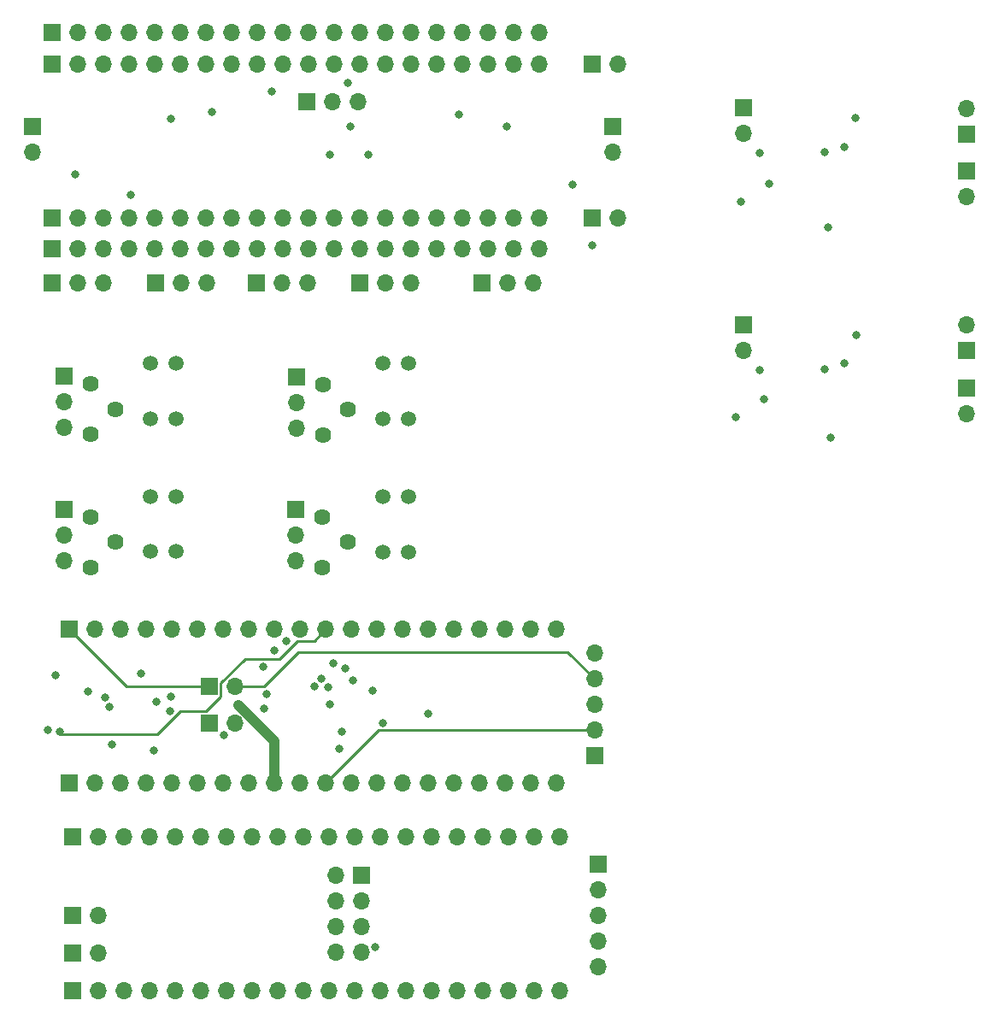
<source format=gbr>
%TF.GenerationSoftware,KiCad,Pcbnew,6.0.7+dfsg-1~bpo11+1*%
%TF.CreationDate,2022-09-15T22:54:34-04:00*%
%TF.ProjectId,COMPLETE_PCB,434f4d50-4c45-4544-955f-5043422e6b69,rev?*%
%TF.SameCoordinates,Original*%
%TF.FileFunction,Copper,L3,Inr*%
%TF.FilePolarity,Positive*%
%FSLAX46Y46*%
G04 Gerber Fmt 4.6, Leading zero omitted, Abs format (unit mm)*
G04 Created by KiCad (PCBNEW 6.0.7+dfsg-1~bpo11+1) date 2022-09-15 22:54:34*
%MOMM*%
%LPD*%
G01*
G04 APERTURE LIST*
%TA.AperFunction,ComponentPad*%
%ADD10O,1.700000X1.700000*%
%TD*%
%TA.AperFunction,ComponentPad*%
%ADD11R,1.700000X1.700000*%
%TD*%
%TA.AperFunction,ComponentPad*%
%ADD12C,1.500000*%
%TD*%
%TA.AperFunction,ComponentPad*%
%ADD13C,1.620000*%
%TD*%
%TA.AperFunction,ViaPad*%
%ADD14C,0.800000*%
%TD*%
%TA.AperFunction,Conductor*%
%ADD15C,0.250000*%
%TD*%
%TA.AperFunction,Conductor*%
%ADD16C,1.000000*%
%TD*%
G04 APERTURE END LIST*
D10*
%TO.N,unconnected-(J7-Pad20)*%
%TO.C,J7*%
X78991800Y-103373499D03*
%TO.N,unconnected-(J7-Pad19)*%
X76451800Y-103373499D03*
%TO.N,unconnected-(J7-Pad18)*%
X73911800Y-103373499D03*
%TO.N,unconnected-(J7-Pad17)*%
X71371800Y-103373499D03*
%TO.N,unconnected-(J7-Pad16)*%
X68831800Y-103373499D03*
%TO.N,unconnected-(J7-Pad15)*%
X66291800Y-103373499D03*
%TO.N,unconnected-(J7-Pad14)*%
X63751800Y-103373499D03*
%TO.N,unconnected-(J7-Pad13)*%
X61211800Y-103373499D03*
%TO.N,GND*%
X58671800Y-103373499D03*
%TO.N,/ESP-01/5V*%
X56131800Y-103373499D03*
%TO.N,GND*%
X53591800Y-103373499D03*
%TO.N,/ESP-01/3V3*%
X51051800Y-103373499D03*
%TO.N,unconnected-(J7-Pad8)*%
X48511800Y-103373499D03*
%TO.N,unconnected-(J7-Pad7)*%
X45971800Y-103373499D03*
%TO.N,unconnected-(J7-Pad6)*%
X43431800Y-103373499D03*
%TO.N,unconnected-(J7-Pad5)*%
X40891800Y-103373499D03*
%TO.N,unconnected-(J7-Pad4)*%
X38351800Y-103373499D03*
%TO.N,unconnected-(J7-Pad3)*%
X35811800Y-103373499D03*
%TO.N,/ESP-01/FT232_TX*%
X33271800Y-103373499D03*
D11*
%TO.N,/ESP-01/FT232_RX*%
X30731800Y-103373499D03*
%TD*%
D10*
%TO.N,/ESP-01/P15_ESP-RX*%
%TO.C,J4*%
X78991800Y-118613499D03*
%TO.N,/ESP-01/P14_ESP-TX*%
X76451800Y-118613499D03*
%TO.N,unconnected-(J4-Pad18)*%
X73911800Y-118613499D03*
%TO.N,unconnected-(J4-Pad17)*%
X71371800Y-118613499D03*
%TO.N,unconnected-(J4-Pad16)*%
X68831800Y-118613499D03*
%TO.N,unconnected-(J4-Pad15)*%
X66291800Y-118613499D03*
%TO.N,unconnected-(J4-Pad14)*%
X63751800Y-118613499D03*
%TO.N,unconnected-(J4-Pad13)*%
X61211800Y-118613499D03*
%TO.N,unconnected-(J4-Pad12)*%
X58671800Y-118613499D03*
%TO.N,/ESP-01/Reset*%
X56131800Y-118613499D03*
%TO.N,/ESP-01/3V3*%
X53591800Y-118613499D03*
%TO.N,GND*%
X51051800Y-118613499D03*
%TO.N,unconnected-(J4-Pad8)*%
X48511800Y-118613499D03*
%TO.N,unconnected-(J4-Pad7)*%
X45971800Y-118613499D03*
%TO.N,unconnected-(J4-Pad6)*%
X43431800Y-118613499D03*
%TO.N,unconnected-(J4-Pad5)*%
X40891800Y-118613499D03*
%TO.N,unconnected-(J4-Pad4)*%
X38351800Y-118613499D03*
%TO.N,unconnected-(J4-Pad3)*%
X35811800Y-118613499D03*
%TO.N,unconnected-(J4-Pad2)*%
X33271800Y-118613499D03*
D11*
%TO.N,unconnected-(J4-Pad1)*%
X30731800Y-118613499D03*
%TD*%
D10*
%TO.N,/Propeller/P15_ESP-RX*%
%TO.C,J3*%
X78661200Y-98044099D03*
%TO.N,/Propeller/P14_ESP-TX*%
X76121200Y-98044099D03*
%TO.N,/Propeller/P13*%
X73581200Y-98044099D03*
%TO.N,/Propeller/P12*%
X71041200Y-98044099D03*
%TO.N,/Propeller/P11*%
X68501200Y-98044099D03*
%TO.N,/Propeller/P10*%
X65961200Y-98044099D03*
%TO.N,/Propeller/P9*%
X63421200Y-98044099D03*
%TO.N,/Propeller/P8*%
X60881200Y-98044099D03*
%TO.N,/Propeller/7-12V*%
X58341200Y-98044099D03*
%TO.N,/Propeller/Reset*%
X55801200Y-98044099D03*
%TO.N,/Propeller/3V3*%
X53261200Y-98044099D03*
%TO.N,GND*%
X50721200Y-98044099D03*
%TO.N,/Propeller/P7*%
X48181200Y-98044099D03*
%TO.N,/Propeller/P6*%
X45641200Y-98044099D03*
%TO.N,/Propeller/P5*%
X43101200Y-98044099D03*
%TO.N,/Propeller/P4*%
X40561200Y-98044099D03*
%TO.N,/Propeller/P3*%
X38021200Y-98044099D03*
%TO.N,/Propeller/P2*%
X35481200Y-98044099D03*
%TO.N,/Propeller/P1*%
X32941200Y-98044099D03*
D11*
%TO.N,/Propeller/P0*%
X30401200Y-98044099D03*
%TD*%
D10*
%TO.N,/ESP-01/ESP_TX*%
%TO.C,JP4*%
X33241200Y-111133299D03*
D11*
%TO.N,/ESP-01/FT232_RX*%
X30701200Y-111133299D03*
%TD*%
D10*
%TO.N,/ESP-01/ESP_RX*%
%TO.C,JP3*%
X33241200Y-114818099D03*
D11*
%TO.N,/ESP-01/FT232_TX*%
X30701200Y-114818099D03*
%TD*%
%TO.N,/Propeller/FT232_RX*%
%TO.C,JP2*%
X44211200Y-88430299D03*
D10*
%TO.N,/Propeller/P30_TX*%
X46751200Y-88430299D03*
%TD*%
D11*
%TO.N,/Propeller/FT232_TX*%
%TO.C,JP1*%
X44216200Y-92087899D03*
D10*
%TO.N,/Propeller/P31_RX*%
X46756200Y-92087899D03*
%TD*%
D11*
%TO.N,GND*%
%TO.C,J5*%
X82412000Y-95333699D03*
D10*
%TO.N,/Propeller/Reset*%
X82412000Y-92793699D03*
%TO.N,/Propeller/P31_RX*%
X82412000Y-90253699D03*
%TO.N,/Propeller/P30_TX*%
X82412000Y-87713699D03*
%TO.N,/Propeller/3V3*%
X82412000Y-85173699D03*
%TD*%
%TO.N,/ESP-01/3V3*%
%TO.C,J2*%
X56761200Y-114775499D03*
%TO.N,/ESP-01/ESP_RX*%
X59301200Y-114775499D03*
%TO.N,Net-(J2-Pad6)*%
X56761200Y-112235499D03*
%TO.N,/ESP-01/P15_ESP-RX*%
X59301200Y-112235499D03*
%TO.N,/ESP-01/3V3*%
X56761200Y-109695499D03*
%TO.N,/ESP-01/P14_ESP-TX*%
X59301200Y-109695499D03*
%TO.N,/ESP-01/ESP_TX*%
X56761200Y-107155499D03*
D11*
%TO.N,GND*%
X59301200Y-107155499D03*
%TD*%
D10*
%TO.N,/ESP-01/3V3*%
%TO.C,J8*%
X82775800Y-116192499D03*
%TO.N,/ESP-01/ESP_TX*%
X82775800Y-113652499D03*
%TO.N,/ESP-01/ESP_RX*%
X82775800Y-111112499D03*
%TO.N,unconnected-(J8-Pad2)*%
X82775800Y-108572499D03*
D11*
%TO.N,GND*%
X82775800Y-106032499D03*
%TD*%
%TO.N,/Propeller/FT232_RX*%
%TO.C,J6*%
X30401200Y-82804099D03*
D10*
%TO.N,/Propeller/FT232_TX*%
X32941200Y-82804099D03*
%TO.N,/Propeller/P29_SDA*%
X35481200Y-82804099D03*
%TO.N,/Propeller/P28_SCL*%
X38021200Y-82804099D03*
%TO.N,/Propeller/P27*%
X40561200Y-82804099D03*
%TO.N,/Propeller/P26*%
X43101200Y-82804099D03*
%TO.N,/Propeller/P25*%
X45641200Y-82804099D03*
%TO.N,/Propeller/P24*%
X48181200Y-82804099D03*
%TO.N,/Propeller/3V3*%
X50721200Y-82804099D03*
%TO.N,GND*%
X53261200Y-82804099D03*
%TO.N,/Propeller/5V*%
X55801200Y-82804099D03*
%TO.N,GND*%
X58341200Y-82804099D03*
%TO.N,/Propeller/P23*%
X60881200Y-82804099D03*
%TO.N,/Propeller/P22*%
X63421200Y-82804099D03*
%TO.N,/Propeller/P21*%
X65961200Y-82804099D03*
%TO.N,/Propeller/P20*%
X68501200Y-82804099D03*
%TO.N,/Propeller/P19*%
X71041200Y-82804099D03*
%TO.N,/Propeller/P18*%
X73581200Y-82804099D03*
%TO.N,/Propeller/P17*%
X76121200Y-82804099D03*
%TO.N,/Propeller/P16*%
X78661200Y-82804099D03*
%TD*%
D11*
%TO.N,Net-(C4-Pad1)*%
%TO.C,J3*%
X26710000Y-32985000D03*
D10*
%TO.N,Net-(C3-Pad1)*%
X26710000Y-35525000D03*
%TD*%
D12*
%TO.N,Net-(R5-Pad2)*%
%TO.C,U7*%
X38430000Y-69600000D03*
%TO.N,GND*%
X40970000Y-69600000D03*
%TO.N,/Capteur/A2*%
X38430000Y-75100000D03*
%TO.N,GND*%
X40970000Y-75100000D03*
%TD*%
D13*
%TO.N,3.3V*%
%TO.C,RV4*%
X55460000Y-71660000D03*
X57960000Y-74160000D03*
%TO.N,/Capteur/A3*%
X55460000Y-76660000D03*
%TD*%
D11*
%TO.N,3.3V*%
%TO.C,J7*%
X29830000Y-57740000D03*
D10*
%TO.N,GND*%
X29830000Y-60280000D03*
%TO.N,/Capteur/A0*%
X29830000Y-62820000D03*
%TD*%
D11*
%TO.N,Net-(J9-Pad1)*%
%TO.C,J9*%
X71290000Y-48500000D03*
D10*
%TO.N,GND*%
X73830000Y-48500000D03*
%TO.N,P8*%
X76370000Y-48500000D03*
%TD*%
D11*
%TO.N,/Carte Mere/P0*%
%TO.C,J15*%
X28700000Y-45090000D03*
D10*
%TO.N,/Carte Mere/P1*%
X31240000Y-45090000D03*
%TO.N,/Carte Mere/P2*%
X33780000Y-45090000D03*
%TO.N,/Carte Mere/P3*%
X36320000Y-45090000D03*
%TO.N,/Carte Mere/P4*%
X38860000Y-45090000D03*
%TO.N,/Carte Mere/P5*%
X41400000Y-45090000D03*
%TO.N,/Carte Mere/P6*%
X43940000Y-45090000D03*
%TO.N,/Carte Mere/P7*%
X46480000Y-45090000D03*
%TO.N,GND*%
X49020000Y-45090000D03*
%TO.N,3.3V*%
X51560000Y-45090000D03*
%TO.N,/Carte Mere/RESET*%
X54100000Y-45090000D03*
%TO.N,unconnected-(J15-Pad12)*%
X56640000Y-45090000D03*
%TO.N,P8*%
X59180000Y-45090000D03*
%TO.N,/Carte Mere/P9*%
X61720000Y-45090000D03*
%TO.N,/Carte Mere/P10*%
X64260000Y-45090000D03*
%TO.N,/Carte Mere/P11*%
X66800000Y-45090000D03*
%TO.N,/Carte Mere/P12*%
X69340000Y-45090000D03*
%TO.N,/Carte Mere/P13*%
X71880000Y-45090000D03*
%TO.N,/Carte Mere/P14*%
X74420000Y-45090000D03*
%TO.N,/Carte Mere/P15*%
X76960000Y-45090000D03*
%TD*%
D11*
%TO.N,3.3V*%
%TO.C,J17*%
X59185000Y-48470000D03*
D10*
%TO.N,GND*%
X61725000Y-48470000D03*
%TO.N,/Carte Mere/P7*%
X64265000Y-48470000D03*
%TD*%
D11*
%TO.N,3.3V*%
%TO.C,J10*%
X29830000Y-70900000D03*
D10*
%TO.N,GND*%
X29830000Y-73440000D03*
%TO.N,/Capteur/A2*%
X29830000Y-75980000D03*
%TD*%
D12*
%TO.N,Net-(R4-Pad2)*%
%TO.C,U6*%
X61450000Y-56460000D03*
%TO.N,GND*%
X63990000Y-56460000D03*
%TO.N,/Capteur/A1*%
X61450000Y-61960000D03*
%TO.N,GND*%
X63990000Y-61960000D03*
%TD*%
D13*
%TO.N,3.3V*%
%TO.C,RV1*%
X32470000Y-58490000D03*
X34970000Y-60990000D03*
%TO.N,/Capteur/A0*%
X32470000Y-63490000D03*
%TD*%
D11*
%TO.N,/Carte Mere/P0*%
%TO.C,J6*%
X28710000Y-42000000D03*
D10*
%TO.N,/Carte Mere/P1*%
X31250000Y-42000000D03*
%TO.N,/Carte Mere/P2*%
X33790000Y-42000000D03*
%TO.N,/Carte Mere/P3*%
X36330000Y-42000000D03*
%TO.N,/Carte Mere/P4*%
X38870000Y-42000000D03*
%TO.N,/Carte Mere/P5*%
X41410000Y-42000000D03*
%TO.N,/Carte Mere/P6*%
X43950000Y-42000000D03*
%TO.N,/Carte Mere/P7*%
X46490000Y-42000000D03*
%TO.N,GND*%
X49030000Y-42000000D03*
%TO.N,3.3V*%
X51570000Y-42000000D03*
%TO.N,/Carte Mere/RESET*%
X54110000Y-42000000D03*
%TO.N,unconnected-(J6-Pad12)*%
X56650000Y-42000000D03*
%TO.N,P8*%
X59190000Y-42000000D03*
%TO.N,/Carte Mere/P9*%
X61730000Y-42000000D03*
%TO.N,/Carte Mere/P10*%
X64270000Y-42000000D03*
%TO.N,/Carte Mere/P11*%
X66810000Y-42000000D03*
%TO.N,/Carte Mere/P12*%
X69350000Y-42000000D03*
%TO.N,/Carte Mere/P13*%
X71890000Y-42000000D03*
%TO.N,/Carte Mere/P14*%
X74430000Y-42000000D03*
%TO.N,/Carte Mere/P15*%
X76970000Y-42000000D03*
%TD*%
D12*
%TO.N,Net-(R3-Pad2)*%
%TO.C,U5*%
X38430000Y-56440000D03*
%TO.N,GND*%
X40970000Y-56440000D03*
%TO.N,/Capteur/A0*%
X38430000Y-61940000D03*
%TO.N,GND*%
X40970000Y-61940000D03*
%TD*%
%TO.N,Net-(R6-Pad2)*%
%TO.C,U8*%
X61420000Y-69610000D03*
%TO.N,GND*%
X63960000Y-69610000D03*
%TO.N,/Capteur/A3*%
X61420000Y-75110000D03*
%TO.N,GND*%
X63960000Y-75110000D03*
%TD*%
D13*
%TO.N,3.3V*%
%TO.C,RV2*%
X55490000Y-58510000D03*
X57990000Y-61010000D03*
%TO.N,/Capteur/A1*%
X55490000Y-63510000D03*
%TD*%
D11*
%TO.N,/Carte Mere/5V*%
%TO.C,JP1*%
X53860000Y-30510000D03*
D10*
%TO.N,Net-(C9-Pad1)*%
X56400000Y-30510000D03*
%TO.N,/Carte Mere/9V*%
X58940000Y-30510000D03*
%TD*%
D11*
%TO.N,3.3V*%
%TO.C,J12*%
X28700000Y-48480000D03*
D10*
%TO.N,GND*%
X31240000Y-48480000D03*
%TO.N,/Carte Mere/P4*%
X33780000Y-48480000D03*
%TD*%
D11*
%TO.N,/Carte Mere/P31_RX*%
%TO.C,J5*%
X28710000Y-26785400D03*
D10*
%TO.N,/Carte Mere/P30_TX*%
X31250000Y-26785400D03*
%TO.N,/Carte Mere/P29_SDA*%
X33790000Y-26785400D03*
%TO.N,/Carte Mere/P28_SCL*%
X36330000Y-26785400D03*
%TO.N,/Carte Mere/P27*%
X38870000Y-26785400D03*
%TO.N,/Carte Mere/P26*%
X41410000Y-26785400D03*
%TO.N,/Carte Mere/P25*%
X43950000Y-26785400D03*
%TO.N,/Carte Mere/P24*%
X46490000Y-26785400D03*
%TO.N,3.3V*%
X49030000Y-26785400D03*
%TO.N,GND*%
X51570000Y-26785400D03*
%TO.N,/Carte Mere/5V*%
X54110000Y-26785400D03*
%TO.N,GND*%
X56650000Y-26785400D03*
%TO.N,/Carte Mere/P23*%
X59190000Y-26785400D03*
%TO.N,/Carte Mere/P22*%
X61730000Y-26785400D03*
%TO.N,/Carte Mere/P21*%
X64270000Y-26785400D03*
%TO.N,/Carte Mere/P20*%
X66810000Y-26785400D03*
%TO.N,/Carte Mere/P19*%
X69350000Y-26785400D03*
%TO.N,/Carte Mere/P18*%
X71890000Y-26785400D03*
%TO.N,/Carte Mere/P17*%
X74430000Y-26785400D03*
%TO.N,/Carte Mere/P16*%
X76970000Y-26785400D03*
%TD*%
D11*
%TO.N,Net-(C11-Pad1)*%
%TO.C,J4*%
X84210000Y-33010000D03*
D10*
%TO.N,Net-(C10-Pad1)*%
X84210000Y-35550000D03*
%TD*%
D11*
%TO.N,/Carte Mere/P31_RX*%
%TO.C,J14*%
X28710000Y-23680000D03*
D10*
%TO.N,/Carte Mere/P30_TX*%
X31250000Y-23680000D03*
%TO.N,/Carte Mere/P29_SDA*%
X33790000Y-23680000D03*
%TO.N,/Carte Mere/P28_SCL*%
X36330000Y-23680000D03*
%TO.N,/Carte Mere/P27*%
X38870000Y-23680000D03*
%TO.N,/Carte Mere/P26*%
X41410000Y-23680000D03*
%TO.N,/Carte Mere/P25*%
X43950000Y-23680000D03*
%TO.N,/Carte Mere/P24*%
X46490000Y-23680000D03*
%TO.N,3.3V*%
X49030000Y-23680000D03*
%TO.N,GND*%
X51570000Y-23680000D03*
%TO.N,/Carte Mere/5V*%
X54110000Y-23680000D03*
%TO.N,GND*%
X56650000Y-23680000D03*
%TO.N,/Carte Mere/P23*%
X59190000Y-23680000D03*
%TO.N,/Carte Mere/P22*%
X61730000Y-23680000D03*
%TO.N,/Carte Mere/P21*%
X64270000Y-23680000D03*
%TO.N,/Carte Mere/P20*%
X66810000Y-23680000D03*
%TO.N,/Carte Mere/P19*%
X69350000Y-23680000D03*
%TO.N,/Carte Mere/P18*%
X71890000Y-23680000D03*
%TO.N,/Carte Mere/P17*%
X74430000Y-23680000D03*
%TO.N,/Carte Mere/P16*%
X76970000Y-23680000D03*
%TD*%
D11*
%TO.N,3.3V*%
%TO.C,J13*%
X38920000Y-48480000D03*
D10*
%TO.N,GND*%
X41460000Y-48480000D03*
%TO.N,/Carte Mere/P5*%
X44000000Y-48480000D03*
%TD*%
D13*
%TO.N,3.3V*%
%TO.C,RV3*%
X32470000Y-71650000D03*
X34970000Y-74150000D03*
%TO.N,/Capteur/A2*%
X32470000Y-76650000D03*
%TD*%
D11*
%TO.N,3.3V*%
%TO.C,J8*%
X52850000Y-57760000D03*
D10*
%TO.N,GND*%
X52850000Y-60300000D03*
%TO.N,/Capteur/A1*%
X52850000Y-62840000D03*
%TD*%
D11*
%TO.N,3.3V*%
%TO.C,J11*%
X52820000Y-70910000D03*
D10*
%TO.N,GND*%
X52820000Y-73450000D03*
%TO.N,/Capteur/A3*%
X52820000Y-75990000D03*
%TD*%
D11*
%TO.N,3.3V*%
%TO.C,J16*%
X48930000Y-48470000D03*
D10*
%TO.N,GND*%
X51470000Y-48470000D03*
%TO.N,/Carte Mere/P6*%
X54010000Y-48470000D03*
%TD*%
D11*
%TO.N,/Carte Mere/9V*%
%TO.C,J2*%
X82185000Y-26760000D03*
D10*
%TO.N,GND*%
X84725000Y-26760000D03*
%TD*%
D11*
%TO.N,/Carte Mere/6V*%
%TO.C,J1*%
X82185000Y-42010000D03*
D10*
%TO.N,GND*%
X84725000Y-42010000D03*
%TD*%
D11*
%TO.N,GND*%
%TO.C,J3*%
X97135000Y-31143173D03*
D10*
%TO.N,Net-(Cbyp2-Pad1)*%
X97135000Y-33683173D03*
%TD*%
D11*
%TO.N,Net-(C1-Pad1)*%
%TO.C,J6*%
X119235000Y-55178173D03*
D10*
%TO.N,GND*%
X119235000Y-52638173D03*
%TD*%
D11*
%TO.N,Net-(C2-Pad1)*%
%TO.C,J5*%
X119255000Y-37368173D03*
D10*
%TO.N,GND*%
X119255000Y-39908173D03*
%TD*%
D11*
%TO.N,Net-(C2-Pad1)*%
%TO.C,J4*%
X119245000Y-33703173D03*
D10*
%TO.N,GND*%
X119245000Y-31163173D03*
%TD*%
D11*
%TO.N,GND*%
%TO.C,J1*%
X97137500Y-52615673D03*
D10*
%TO.N,Net-(Cbyp1-Pad1)*%
X97137500Y-55155673D03*
%TD*%
D11*
%TO.N,Net-(C1-Pad1)*%
%TO.C,J2*%
X119235000Y-58858173D03*
D10*
%TO.N,GND*%
X119235000Y-61398173D03*
%TD*%
D14*
%TO.N,/Propeller/P24*%
X51893097Y-83982202D03*
%TO.N,/Propeller/P25*%
X55315984Y-87693483D03*
%TO.N,/Propeller/P26*%
X54671996Y-88457869D03*
%TO.N,/Propeller/P28_SCL*%
X50703949Y-84842250D03*
%TO.N,/Propeller/P29_SDA*%
X49609413Y-86517599D03*
%TO.N,/Propeller/P5*%
X57361200Y-92894099D03*
%TO.N,Net-(J1-Pad3)*%
X34305390Y-90447721D03*
%TO.N,Net-(J1-Pad2)*%
X33891200Y-89514099D03*
%TO.N,/Propeller/5V*%
X29441200Y-92954397D03*
%TO.N,Net-(C3-Pad2)*%
X49881200Y-89204099D03*
X60431200Y-88894099D03*
%TO.N,/Propeller/3V3*%
X38983800Y-89994197D03*
X45681200Y-93284099D03*
X56201200Y-90214099D03*
%TO.N,Net-(D4-Pad1)*%
X40355400Y-90894101D03*
%TO.N,Net-(D3-Pad1)*%
X40407341Y-89445099D03*
%TO.N,Net-(D2-Pad2)*%
X38741200Y-94779399D03*
X32213499Y-88946398D03*
%TO.N,Net-(D1-Pad2)*%
X28221200Y-92794099D03*
%TO.N,Net-(U1-Pad29)*%
X56544830Y-86169729D03*
%TO.N,Net-(U1-Pad28)*%
X57736700Y-86626899D03*
%TO.N,GND*%
X57141200Y-94604099D03*
X56011200Y-88544099D03*
X47161200Y-90274099D03*
X49642790Y-90653099D03*
X61434100Y-92069199D03*
X65881200Y-91104099D03*
X60686601Y-114299898D03*
X29041200Y-87364099D03*
X58461200Y-87834099D03*
X37479400Y-87135899D03*
X34591200Y-94204099D03*
%TO.N,3.3V*%
X58210000Y-33010000D03*
X82210000Y-44760000D03*
%TO.N,/Carte Mere/P2*%
X56210000Y-35760000D03*
X36460000Y-39760000D03*
%TO.N,Net-(C10-Pad1)*%
X80210000Y-38760000D03*
X68960000Y-31760000D03*
%TO.N,Net-(C3-Pad1)*%
X30960000Y-37760000D03*
X44460000Y-31535500D03*
%TO.N,GND*%
X50460000Y-29510000D03*
X40460000Y-32260000D03*
X59960000Y-35760000D03*
X73710000Y-33010000D03*
X57997472Y-28649132D03*
%TO.N,Net-(Cbyp1-Pad1)*%
X96393000Y-61756173D03*
%TO.N,Net-(Cbyp2-Pad1)*%
X96901000Y-40420173D03*
%TO.N,Net-(Ccomp1-Pad1)*%
X107177500Y-56470673D03*
%TO.N,Net-(Ccomp3-Pad1)*%
X107175000Y-34998173D03*
%TO.N,Net-(Cfilt1-Pad1)*%
X105192500Y-57005673D03*
%TO.N,Net-(Cfilt2-Pad1)*%
X105190000Y-35533173D03*
%TO.N,Net-(D1-Pad2)*%
X105791000Y-63788173D03*
X99187000Y-59978173D03*
%TO.N,Net-(D2-Pad2)*%
X99695000Y-38642173D03*
X105537000Y-42960173D03*
%TO.N,Net-(Q1-Pad4)*%
X98787500Y-57080673D03*
%TO.N,Net-(Q2-Pad4)*%
X98785000Y-35608173D03*
%TO.N,Net-(R1-Pad1)*%
X108331000Y-53628173D03*
%TO.N,Net-(R3-Pad1)*%
X108215000Y-32138173D03*
%TD*%
D15*
%TO.N,/Propeller/FT232_RX*%
X36027400Y-88430299D02*
X44211200Y-88430299D01*
X30401200Y-82804099D02*
X36027400Y-88430299D01*
%TO.N,/Propeller/P30_TX*%
X79742400Y-85044099D02*
X53051200Y-85044099D01*
X82412000Y-87713699D02*
X79742400Y-85044099D01*
X53051200Y-85044099D02*
X49665000Y-88430299D01*
X49665000Y-88430299D02*
X46751200Y-88430299D01*
%TO.N,/Propeller/Reset*%
X61051600Y-92793699D02*
X82412000Y-92793699D01*
X55801200Y-98044099D02*
X61051600Y-92793699D01*
%TO.N,/Propeller/5V*%
X47805699Y-85714099D02*
X45386200Y-88133598D01*
X51201200Y-85714099D02*
X49411200Y-85714099D01*
X45386200Y-88133598D02*
X45386200Y-89449099D01*
X54626200Y-83979099D02*
X52936200Y-83979099D01*
X55801200Y-82804099D02*
X54626200Y-83979099D01*
X39091200Y-93184099D02*
X29511200Y-93184099D01*
X41362400Y-90912899D02*
X39091200Y-93184099D01*
X52936200Y-83979099D02*
X51201200Y-85714099D01*
X29511200Y-93184099D02*
X29511200Y-93024397D01*
X49411200Y-85714099D02*
X47805699Y-85714099D01*
X45386200Y-89449099D02*
X43922400Y-90912899D01*
X29511200Y-93024397D02*
X29441200Y-92954397D01*
X43922400Y-90912899D02*
X41362400Y-90912899D01*
D16*
%TO.N,GND*%
X50721200Y-93834099D02*
X50721200Y-98044099D01*
X47161200Y-90274099D02*
X50721200Y-93834099D01*
%TD*%
M02*

</source>
